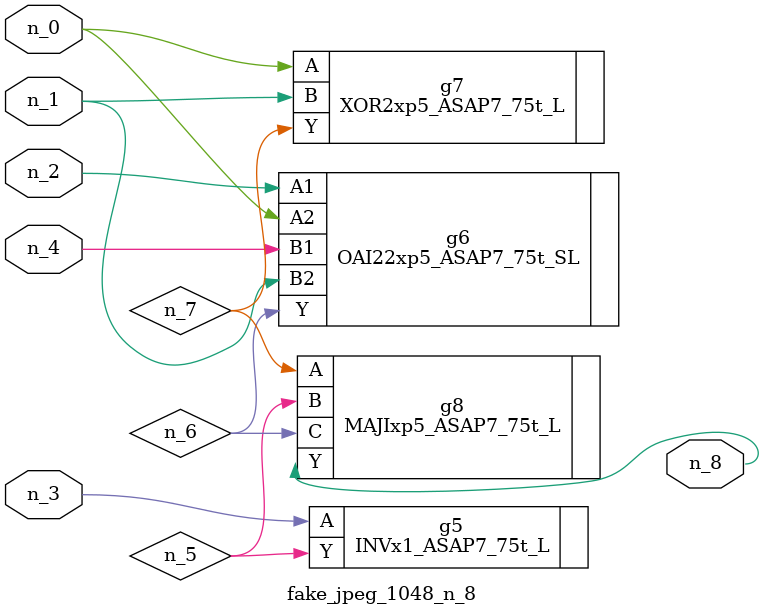
<source format=v>
module fake_jpeg_1048_n_8 (n_3, n_2, n_1, n_0, n_4, n_8);

input n_3;
input n_2;
input n_1;
input n_0;
input n_4;

output n_8;

wire n_6;
wire n_5;
wire n_7;

INVx1_ASAP7_75t_L g5 ( 
.A(n_3),
.Y(n_5)
);

OAI22xp5_ASAP7_75t_SL g6 ( 
.A1(n_2),
.A2(n_0),
.B1(n_4),
.B2(n_1),
.Y(n_6)
);

XOR2xp5_ASAP7_75t_L g7 ( 
.A(n_0),
.B(n_1),
.Y(n_7)
);

MAJIxp5_ASAP7_75t_L g8 ( 
.A(n_7),
.B(n_5),
.C(n_6),
.Y(n_8)
);


endmodule
</source>
